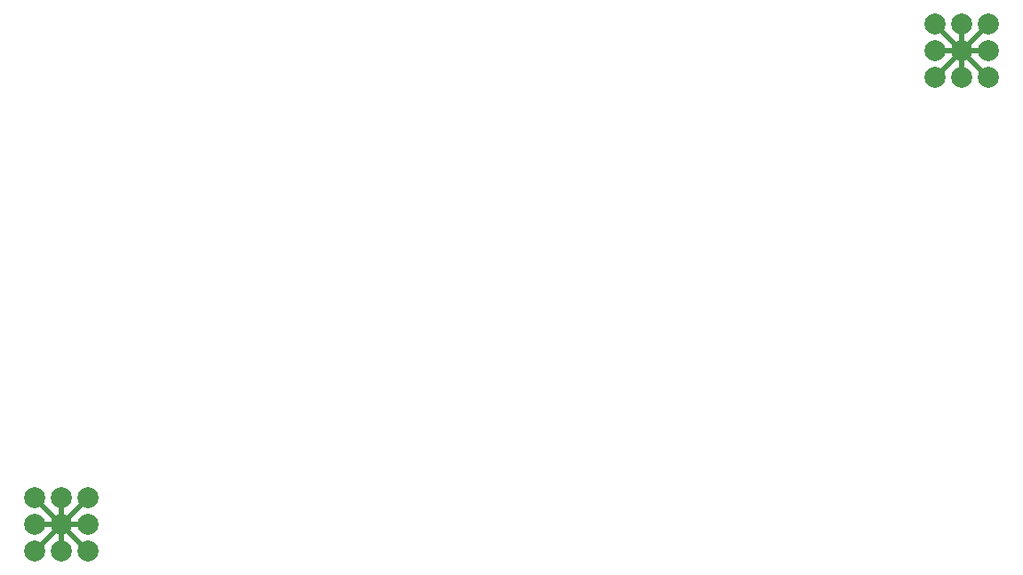
<source format=gbr>
%TF.GenerationSoftware,KiCad,Pcbnew,5.1.10*%
%TF.CreationDate,2022-02-01T20:50:29+01:00*%
%TF.ProjectId,Videoerweiterung,56696465-6f65-4727-9765-69746572756e,3*%
%TF.SameCoordinates,Original*%
%TF.FileFunction,Paste,Bot*%
%TF.FilePolarity,Positive*%
%FSLAX46Y46*%
G04 Gerber Fmt 4.6, Leading zero omitted, Abs format (unit mm)*
G04 Created by KiCad (PCBNEW 5.1.10) date 2022-02-01 20:50:29*
%MOMM*%
%LPD*%
G01*
G04 APERTURE LIST*
%ADD10R,3.500000X0.500000*%
%ADD11R,0.500000X3.500000*%
%ADD12C,0.100000*%
%ADD13C,2.000000*%
G04 APERTURE END LIST*
D10*
%TO.C,LOGO2*%
X177800000Y-132080000D03*
D11*
X177800000Y-132080000D03*
D12*
G36*
X176032233Y-129958680D02*
G01*
X179921320Y-133847767D01*
X179567767Y-134201320D01*
X175678680Y-130312233D01*
X176032233Y-129958680D01*
G37*
D13*
X177800000Y-132080000D03*
D12*
G36*
X175678680Y-133847767D02*
G01*
X179567767Y-129958680D01*
X179921320Y-130312233D01*
X176032233Y-134201320D01*
X175678680Y-133847767D01*
G37*
D13*
X175260000Y-134620000D03*
X177800000Y-134620000D03*
X180340000Y-134620000D03*
X180340000Y-132080000D03*
X180340000Y-129540000D03*
X177800000Y-129540000D03*
X175260000Y-129540000D03*
X175260000Y-132080000D03*
%TD*%
D10*
%TO.C,LOGO2*%
X92075000Y-177165000D03*
D11*
X92075000Y-177165000D03*
D12*
G36*
X90307233Y-175043680D02*
G01*
X94196320Y-178932767D01*
X93842767Y-179286320D01*
X89953680Y-175397233D01*
X90307233Y-175043680D01*
G37*
D13*
X92075000Y-177165000D03*
D12*
G36*
X89953680Y-178932767D02*
G01*
X93842767Y-175043680D01*
X94196320Y-175397233D01*
X90307233Y-179286320D01*
X89953680Y-178932767D01*
G37*
D13*
X89535000Y-179705000D03*
X92075000Y-179705000D03*
X94615000Y-179705000D03*
X94615000Y-177165000D03*
X94615000Y-174625000D03*
X92075000Y-174625000D03*
X89535000Y-174625000D03*
X89535000Y-177165000D03*
%TD*%
M02*

</source>
